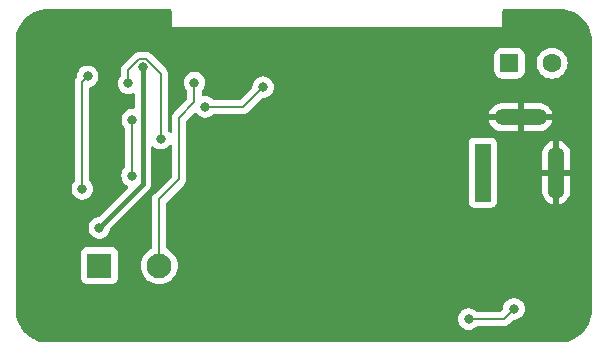
<source format=gbr>
%TF.GenerationSoftware,KiCad,Pcbnew,(6.0.2-0)*%
%TF.CreationDate,2022-03-23T11:08:56-04:00*%
%TF.ProjectId,Snoopy,536e6f6f-7079-42e6-9b69-6361645f7063,v03*%
%TF.SameCoordinates,Original*%
%TF.FileFunction,Copper,L2,Bot*%
%TF.FilePolarity,Positive*%
%FSLAX46Y46*%
G04 Gerber Fmt 4.6, Leading zero omitted, Abs format (unit mm)*
G04 Created by KiCad (PCBNEW (6.0.2-0)) date 2022-03-23 11:08:56*
%MOMM*%
%LPD*%
G01*
G04 APERTURE LIST*
G04 Aperture macros list*
%AMRoundRect*
0 Rectangle with rounded corners*
0 $1 Rounding radius*
0 $2 $3 $4 $5 $6 $7 $8 $9 X,Y pos of 4 corners*
0 Add a 4 corners polygon primitive as box body*
4,1,4,$2,$3,$4,$5,$6,$7,$8,$9,$2,$3,0*
0 Add four circle primitives for the rounded corners*
1,1,$1+$1,$2,$3*
1,1,$1+$1,$4,$5*
1,1,$1+$1,$6,$7*
1,1,$1+$1,$8,$9*
0 Add four rect primitives between the rounded corners*
20,1,$1+$1,$2,$3,$4,$5,0*
20,1,$1+$1,$4,$5,$6,$7,0*
20,1,$1+$1,$6,$7,$8,$9,0*
20,1,$1+$1,$8,$9,$2,$3,0*%
G04 Aperture macros list end*
%TA.AperFunction,ComponentPad*%
%ADD10R,1.400000X4.899999*%
%TD*%
%TA.AperFunction,ComponentPad*%
%ADD11RoundRect,0.700000X0.000000X1.500000X0.000000X1.500000X0.000000X-1.500000X0.000000X-1.500000X0*%
%TD*%
%TA.AperFunction,ComponentPad*%
%ADD12RoundRect,0.700000X1.500000X0.000000X-1.500000X0.000000X-1.500000X0.000000X1.500000X0.000000X0*%
%TD*%
%TA.AperFunction,ComponentPad*%
%ADD13R,2.100000X2.100000*%
%TD*%
%TA.AperFunction,ComponentPad*%
%ADD14C,2.100000*%
%TD*%
%TA.AperFunction,ComponentPad*%
%ADD15RoundRect,0.250000X-0.550000X-0.550000X0.550000X-0.550000X0.550000X0.550000X-0.550000X0.550000X0*%
%TD*%
%TA.AperFunction,ComponentPad*%
%ADD16C,1.600000*%
%TD*%
%TA.AperFunction,ViaPad*%
%ADD17C,3.048000*%
%TD*%
%TA.AperFunction,ViaPad*%
%ADD18C,0.800000*%
%TD*%
%TA.AperFunction,Conductor*%
%ADD19C,0.200000*%
%TD*%
%TA.AperFunction,Conductor*%
%ADD20C,0.381000*%
%TD*%
G04 APERTURE END LIST*
D10*
%TO.P,J2,1,1*%
%TO.N,Net-(C1-Pad1)*%
X147045400Y-83642200D03*
D11*
%TO.P,J2,2,2*%
%TO.N,GND*%
X153245400Y-83642200D03*
D12*
%TO.P,J2,3,3*%
X150245400Y-78942200D03*
%TD*%
D13*
%TO.P,J1,1,Pin_1*%
%TO.N,Net-(J1-Pad1)*%
X114574400Y-91513400D03*
D14*
%TO.P,J1,2,Pin_2*%
%TO.N,Net-(J1-Pad2)*%
X119654400Y-91513400D03*
%TD*%
D15*
%TO.P,J4,1,Pin_1*%
%TO.N,Net-(J4-Pad1)*%
X149304600Y-74371200D03*
D16*
%TO.P,J4,2,Pin_2*%
%TO.N,Net-(J4-Pad2)*%
X152904600Y-74371200D03*
%TD*%
D17*
%TO.N,GND*%
X153619200Y-95300800D03*
X110210600Y-72491600D03*
D18*
%TO.N,Net-(C1-Pad1)*%
X149682200Y-95173800D03*
X145846800Y-96037400D03*
%TO.N,GND*%
X136956800Y-73253600D03*
X110363000Y-92506800D03*
X136880600Y-92913200D03*
X140893800Y-95072200D03*
X121158000Y-86029800D03*
X129819400Y-84124800D03*
X123709700Y-74371200D03*
X124231400Y-93573600D03*
X122504200Y-80060800D03*
X137668000Y-77343000D03*
X154279600Y-71958200D03*
X140741400Y-81915000D03*
X137744200Y-85521800D03*
X154914600Y-89585800D03*
X141071600Y-88392000D03*
X114166844Y-83115923D03*
X128803400Y-73431400D03*
X145059400Y-92354400D03*
X139801600Y-73202800D03*
X148844000Y-88773000D03*
X131368800Y-95732600D03*
X141909800Y-90957400D03*
X154660600Y-86995000D03*
X146354800Y-73990200D03*
X128955800Y-80492600D03*
X154940000Y-77368400D03*
X124104400Y-95554800D03*
X145669000Y-72720200D03*
X132969000Y-73279000D03*
X110464600Y-86969600D03*
X150393400Y-81534000D03*
X150622000Y-97205800D03*
X130149600Y-87579200D03*
%TO.N,Net-(J1-Pad1)*%
X118262400Y-74726800D03*
X114579400Y-88315800D03*
%TO.N,Net-(J1-Pad2)*%
X122631200Y-76022200D03*
%TO.N,/SDA*%
X117348000Y-83896200D03*
X117373400Y-79146400D03*
%TO.N,/SCL*%
X123545600Y-78079600D03*
X128447800Y-76403200D03*
%TO.N,Net-(R1-Pad1)*%
X113131600Y-85015501D03*
X113588800Y-75488800D03*
%TO.N,Net-(R3-Pad1)*%
X117043200Y-76073000D03*
X119786400Y-80772000D03*
%TD*%
D19*
%TO.N,Net-(C1-Pad1)*%
X148818600Y-96037400D02*
X149682200Y-95173800D01*
X145846800Y-96037400D02*
X148818600Y-96037400D01*
%TO.N,GND*%
X128473200Y-73101200D02*
X128803400Y-73431400D01*
X124979700Y-73101200D02*
X128473200Y-73101200D01*
X123709700Y-74371200D02*
X124979700Y-73101200D01*
D20*
%TO.N,Net-(J1-Pad1)*%
X118262400Y-84632800D02*
X118262400Y-74726800D01*
X114579400Y-88315800D02*
X118262400Y-84632800D01*
D19*
%TO.N,Net-(J1-Pad2)*%
X121335800Y-78994000D02*
X121335800Y-84201000D01*
X122631200Y-76022200D02*
X122631200Y-77698600D01*
X119654400Y-85882400D02*
X119654400Y-91513400D01*
X122631200Y-77698600D02*
X121335800Y-78994000D01*
X121335800Y-84201000D02*
X119654400Y-85882400D01*
%TO.N,/SDA*%
X117348000Y-79171800D02*
X117373400Y-79146400D01*
X117348000Y-83896200D02*
X117348000Y-79171800D01*
%TO.N,/SCL*%
X126771400Y-78079600D02*
X123545600Y-78079600D01*
X128447800Y-76403200D02*
X126771400Y-78079600D01*
%TO.N,Net-(R1-Pad1)*%
X113131600Y-85015501D02*
X113131600Y-75946000D01*
X113131600Y-75946000D02*
X113588800Y-75488800D01*
%TO.N,Net-(R3-Pad1)*%
X117972652Y-74027289D02*
X118552148Y-74027289D01*
X118552148Y-74027289D02*
X119786400Y-75261541D01*
X117043200Y-74956741D02*
X117972652Y-74027289D01*
X119786400Y-75261541D02*
X119786400Y-80772000D01*
X117043200Y-76073000D02*
X117043200Y-74956741D01*
%TD*%
%TA.AperFunction,Conductor*%
%TO.N,GND*%
G36*
X120638321Y-69819202D02*
G01*
X120684814Y-69872858D01*
X120696200Y-69925200D01*
X120696200Y-71310000D01*
X148696200Y-71310000D01*
X148696200Y-69925200D01*
X148716202Y-69857079D01*
X148769858Y-69810586D01*
X148822200Y-69799200D01*
X153524930Y-69799200D01*
X153544917Y-69800796D01*
X153567037Y-69804350D01*
X153585127Y-69802074D01*
X153608456Y-69801319D01*
X153868535Y-69817048D01*
X153882433Y-69818667D01*
X154166938Y-69867948D01*
X154180560Y-69871096D01*
X154457857Y-69951620D01*
X154471033Y-69956254D01*
X154737702Y-70067032D01*
X154750285Y-70073100D01*
X155003018Y-70212757D01*
X155014856Y-70220186D01*
X155153483Y-70318304D01*
X155250533Y-70386996D01*
X155261487Y-70395701D01*
X155477220Y-70587618D01*
X155487142Y-70597484D01*
X155676886Y-70808380D01*
X155680255Y-70812125D01*
X155689022Y-70823030D01*
X155857154Y-71057772D01*
X155864657Y-71069582D01*
X155997666Y-71307124D01*
X156005723Y-71321514D01*
X156011870Y-71334084D01*
X156124131Y-71600100D01*
X156128847Y-71613273D01*
X156210921Y-71890099D01*
X156214144Y-71903696D01*
X156253359Y-72122777D01*
X156265021Y-72187927D01*
X156266718Y-72201816D01*
X156283425Y-72454520D01*
X156282395Y-72480913D01*
X156280976Y-72490700D01*
X156282233Y-72499588D01*
X156282233Y-72499594D01*
X156284958Y-72518863D01*
X156286200Y-72536507D01*
X156286200Y-95249615D01*
X156284584Y-95269726D01*
X156281059Y-95291527D01*
X156282170Y-95300428D01*
X156282170Y-95300435D01*
X156283319Y-95309635D01*
X156284054Y-95332956D01*
X156271414Y-95539071D01*
X156268082Y-95593397D01*
X156266458Y-95607252D01*
X156224716Y-95847472D01*
X156216955Y-95892132D01*
X156213808Y-95905725D01*
X156162489Y-96082300D01*
X156133116Y-96183362D01*
X156128486Y-96196526D01*
X156017583Y-96463552D01*
X156011526Y-96476122D01*
X155871773Y-96729255D01*
X155864362Y-96741078D01*
X155697490Y-96977187D01*
X155688818Y-96988119D01*
X155496852Y-97204340D01*
X155487025Y-97214245D01*
X155272328Y-97407915D01*
X155261466Y-97416672D01*
X155255062Y-97421275D01*
X155026681Y-97585407D01*
X155014917Y-97592911D01*
X154762896Y-97734661D01*
X154750374Y-97740817D01*
X154484247Y-97853821D01*
X154471121Y-97858555D01*
X154194105Y-97941448D01*
X154180536Y-97944702D01*
X153896071Y-97996453D01*
X153882241Y-97998185D01*
X153693719Y-98011243D01*
X153629208Y-98015711D01*
X153602836Y-98014767D01*
X153601903Y-98014635D01*
X153601899Y-98014635D01*
X153593010Y-98013376D01*
X153584128Y-98014662D01*
X153584127Y-98014662D01*
X153576862Y-98015714D01*
X153566827Y-98017167D01*
X153565908Y-98017300D01*
X153547853Y-98018600D01*
X110236380Y-98018600D01*
X110216267Y-98016984D01*
X110194474Y-98013460D01*
X110185572Y-98014571D01*
X110185570Y-98014571D01*
X110181669Y-98015058D01*
X110176413Y-98015714D01*
X110153066Y-98016446D01*
X109894021Y-98000488D01*
X109880111Y-97998850D01*
X109691947Y-97965995D01*
X109596715Y-97949367D01*
X109583070Y-97946194D01*
X109306910Y-97865524D01*
X109293705Y-97860854D01*
X109028243Y-97750010D01*
X109015624Y-97743896D01*
X108764115Y-97604239D01*
X108752255Y-97596761D01*
X108654566Y-97527282D01*
X108517816Y-97430021D01*
X108506879Y-97421287D01*
X108292402Y-97229517D01*
X108282495Y-97219612D01*
X108152636Y-97074473D01*
X108090674Y-97005221D01*
X108081933Y-96994284D01*
X107915112Y-96759896D01*
X107907633Y-96748042D01*
X107767891Y-96496575D01*
X107761773Y-96483958D01*
X107650841Y-96218531D01*
X107646162Y-96205314D01*
X107597052Y-96037400D01*
X144933296Y-96037400D01*
X144933986Y-96043965D01*
X144951653Y-96212054D01*
X144953258Y-96227328D01*
X145012273Y-96408956D01*
X145015576Y-96414678D01*
X145015577Y-96414679D01*
X145043794Y-96463552D01*
X145107760Y-96574344D01*
X145235547Y-96716266D01*
X145390048Y-96828518D01*
X145396076Y-96831202D01*
X145396078Y-96831203D01*
X145558481Y-96903509D01*
X145564512Y-96906194D01*
X145657913Y-96926047D01*
X145744856Y-96944528D01*
X145744861Y-96944528D01*
X145751313Y-96945900D01*
X145942287Y-96945900D01*
X145948739Y-96944528D01*
X145948744Y-96944528D01*
X146035687Y-96926047D01*
X146129088Y-96906194D01*
X146135119Y-96903509D01*
X146297522Y-96831203D01*
X146297524Y-96831202D01*
X146303552Y-96828518D01*
X146458053Y-96716266D01*
X146483874Y-96687589D01*
X146544320Y-96650350D01*
X146577510Y-96645900D01*
X148770464Y-96645900D01*
X148786907Y-96646978D01*
X148818600Y-96651150D01*
X148826789Y-96650072D01*
X148858474Y-96645901D01*
X148858484Y-96645900D01*
X148858485Y-96645900D01*
X148958057Y-96632791D01*
X148969264Y-96631316D01*
X148969266Y-96631315D01*
X148977451Y-96630238D01*
X149125476Y-96568924D01*
X149220672Y-96495877D01*
X149220675Y-96495874D01*
X149252587Y-96471387D01*
X149258599Y-96463552D01*
X149272052Y-96446021D01*
X149282919Y-96433630D01*
X149597344Y-96119205D01*
X149659656Y-96085179D01*
X149686439Y-96082300D01*
X149777687Y-96082300D01*
X149784139Y-96080928D01*
X149784144Y-96080928D01*
X149871088Y-96062447D01*
X149964488Y-96042594D01*
X149976154Y-96037400D01*
X150132922Y-95967603D01*
X150132924Y-95967602D01*
X150138952Y-95964918D01*
X150293453Y-95852666D01*
X150298130Y-95847472D01*
X150416821Y-95715652D01*
X150416822Y-95715651D01*
X150421240Y-95710744D01*
X150484963Y-95600372D01*
X150513423Y-95551079D01*
X150513424Y-95551078D01*
X150516727Y-95545356D01*
X150575742Y-95363728D01*
X150578226Y-95340099D01*
X150595014Y-95180365D01*
X150595704Y-95173800D01*
X150575742Y-94983872D01*
X150516727Y-94802244D01*
X150421240Y-94636856D01*
X150293453Y-94494934D01*
X150138952Y-94382682D01*
X150132924Y-94379998D01*
X150132922Y-94379997D01*
X149970519Y-94307691D01*
X149970518Y-94307691D01*
X149964488Y-94305006D01*
X149871087Y-94285153D01*
X149784144Y-94266672D01*
X149784139Y-94266672D01*
X149777687Y-94265300D01*
X149586713Y-94265300D01*
X149580261Y-94266672D01*
X149580256Y-94266672D01*
X149493313Y-94285153D01*
X149399912Y-94305006D01*
X149393882Y-94307691D01*
X149393881Y-94307691D01*
X149231478Y-94379997D01*
X149231476Y-94379998D01*
X149225448Y-94382682D01*
X149070947Y-94494934D01*
X148943160Y-94636856D01*
X148847673Y-94802244D01*
X148788658Y-94983872D01*
X148768696Y-95173800D01*
X148768884Y-95175586D01*
X148749384Y-95241996D01*
X148732481Y-95262970D01*
X148603456Y-95391995D01*
X148541144Y-95426021D01*
X148514361Y-95428900D01*
X146577510Y-95428900D01*
X146509389Y-95408898D01*
X146483874Y-95387211D01*
X146462468Y-95363437D01*
X146462466Y-95363436D01*
X146458053Y-95358534D01*
X146335824Y-95269729D01*
X146308894Y-95250163D01*
X146308893Y-95250162D01*
X146303552Y-95246282D01*
X146297524Y-95243598D01*
X146297522Y-95243597D01*
X146135119Y-95171291D01*
X146135118Y-95171291D01*
X146129088Y-95168606D01*
X146035688Y-95148753D01*
X145948744Y-95130272D01*
X145948739Y-95130272D01*
X145942287Y-95128900D01*
X145751313Y-95128900D01*
X145744861Y-95130272D01*
X145744856Y-95130272D01*
X145657912Y-95148753D01*
X145564512Y-95168606D01*
X145558482Y-95171291D01*
X145558481Y-95171291D01*
X145396078Y-95243597D01*
X145396076Y-95243598D01*
X145390048Y-95246282D01*
X145384707Y-95250162D01*
X145384706Y-95250163D01*
X145357776Y-95269729D01*
X145235547Y-95358534D01*
X145231126Y-95363444D01*
X145231125Y-95363445D01*
X145174782Y-95426021D01*
X145107760Y-95500456D01*
X145012273Y-95665844D01*
X144953258Y-95847472D01*
X144952568Y-95854033D01*
X144952568Y-95854035D01*
X144941322Y-95961037D01*
X144933296Y-96037400D01*
X107597052Y-96037400D01*
X107565408Y-95929205D01*
X107562227Y-95915548D01*
X107512652Y-95632174D01*
X107511008Y-95618250D01*
X107506104Y-95539071D01*
X107495416Y-95366504D01*
X107496558Y-95340108D01*
X107498015Y-95330352D01*
X107496770Y-95321263D01*
X107493967Y-95300818D01*
X107492800Y-95283708D01*
X107492800Y-92611534D01*
X113015900Y-92611534D01*
X113022655Y-92673716D01*
X113073785Y-92810105D01*
X113161139Y-92926661D01*
X113277695Y-93014015D01*
X113414084Y-93065145D01*
X113476266Y-93071900D01*
X115672534Y-93071900D01*
X115734716Y-93065145D01*
X115871105Y-93014015D01*
X115987661Y-92926661D01*
X116075015Y-92810105D01*
X116126145Y-92673716D01*
X116132900Y-92611534D01*
X116132900Y-90415266D01*
X116126145Y-90353084D01*
X116075015Y-90216695D01*
X115987661Y-90100139D01*
X115871105Y-90012785D01*
X115734716Y-89961655D01*
X115672534Y-89954900D01*
X113476266Y-89954900D01*
X113414084Y-89961655D01*
X113277695Y-90012785D01*
X113161139Y-90100139D01*
X113073785Y-90216695D01*
X113022655Y-90353084D01*
X113015900Y-90415266D01*
X113015900Y-92611534D01*
X107492800Y-92611534D01*
X107492800Y-88315800D01*
X113665896Y-88315800D01*
X113685858Y-88505728D01*
X113744873Y-88687356D01*
X113840360Y-88852744D01*
X113968147Y-88994666D01*
X114122648Y-89106918D01*
X114128676Y-89109602D01*
X114128678Y-89109603D01*
X114291081Y-89181909D01*
X114297112Y-89184594D01*
X114390512Y-89204447D01*
X114477456Y-89222928D01*
X114477461Y-89222928D01*
X114483913Y-89224300D01*
X114674887Y-89224300D01*
X114681339Y-89222928D01*
X114681344Y-89222928D01*
X114768288Y-89204447D01*
X114861688Y-89184594D01*
X114867719Y-89181909D01*
X115030122Y-89109603D01*
X115030124Y-89109602D01*
X115036152Y-89106918D01*
X115190653Y-88994666D01*
X115318440Y-88852744D01*
X115413927Y-88687356D01*
X115472942Y-88505728D01*
X115479428Y-88444017D01*
X115506441Y-88378360D01*
X115515643Y-88368092D01*
X118736446Y-85147290D01*
X118742712Y-85141436D01*
X118779947Y-85108954D01*
X118785674Y-85103958D01*
X118821898Y-85052417D01*
X118825823Y-85047132D01*
X118860007Y-85003535D01*
X118864692Y-84997560D01*
X118867816Y-84990642D01*
X118869645Y-84987621D01*
X118876900Y-84974902D01*
X118878588Y-84971754D01*
X118882956Y-84965539D01*
X118905838Y-84906850D01*
X118908378Y-84900805D01*
X118934313Y-84843365D01*
X118935698Y-84835892D01*
X118936769Y-84832474D01*
X118940754Y-84818485D01*
X118941651Y-84814993D01*
X118944412Y-84807911D01*
X118950062Y-84764994D01*
X118952633Y-84745470D01*
X118953665Y-84738957D01*
X118963761Y-84684482D01*
X118963761Y-84684480D01*
X118965145Y-84677013D01*
X118964471Y-84665315D01*
X118961609Y-84615688D01*
X118961400Y-84608435D01*
X118961400Y-81540479D01*
X118981402Y-81472358D01*
X119035058Y-81425865D01*
X119105332Y-81415761D01*
X119171389Y-81446692D01*
X119175147Y-81450866D01*
X119329648Y-81563118D01*
X119335676Y-81565802D01*
X119335678Y-81565803D01*
X119498081Y-81638109D01*
X119504112Y-81640794D01*
X119597512Y-81660647D01*
X119684456Y-81679128D01*
X119684461Y-81679128D01*
X119690913Y-81680500D01*
X119881887Y-81680500D01*
X119888339Y-81679128D01*
X119888344Y-81679128D01*
X119975288Y-81660647D01*
X120068688Y-81640794D01*
X120074719Y-81638109D01*
X120237122Y-81565803D01*
X120237124Y-81565802D01*
X120243152Y-81563118D01*
X120397653Y-81450866D01*
X120507665Y-81328686D01*
X120568110Y-81291446D01*
X120639093Y-81292798D01*
X120698078Y-81332311D01*
X120726336Y-81397442D01*
X120727300Y-81412996D01*
X120727300Y-83896761D01*
X120707298Y-83964882D01*
X120690395Y-83985856D01*
X119258166Y-85418085D01*
X119245775Y-85428952D01*
X119220413Y-85448413D01*
X119195926Y-85480325D01*
X119195923Y-85480328D01*
X119122876Y-85575524D01*
X119073650Y-85694367D01*
X119061562Y-85723550D01*
X119045900Y-85842515D01*
X119045900Y-85842520D01*
X119040650Y-85882400D01*
X119041728Y-85890588D01*
X119044822Y-85914090D01*
X119045900Y-85930536D01*
X119045900Y-89994351D01*
X119025898Y-90062472D01*
X118968117Y-90110760D01*
X118949242Y-90118578D01*
X118949238Y-90118580D01*
X118944668Y-90120473D01*
X118808915Y-90203662D01*
X118739730Y-90246058D01*
X118739727Y-90246060D01*
X118735504Y-90248648D01*
X118548967Y-90407967D01*
X118389648Y-90594504D01*
X118261473Y-90803668D01*
X118167595Y-91030308D01*
X118110328Y-91268843D01*
X118091081Y-91513400D01*
X118110328Y-91757957D01*
X118167595Y-91996492D01*
X118261473Y-92223132D01*
X118389648Y-92432296D01*
X118548967Y-92618833D01*
X118735504Y-92778152D01*
X118739727Y-92780740D01*
X118739730Y-92780742D01*
X118773926Y-92801697D01*
X118944668Y-92906327D01*
X119089367Y-92966264D01*
X119166735Y-92998311D01*
X119166737Y-92998312D01*
X119171308Y-93000205D01*
X119206397Y-93008629D01*
X119405030Y-93056317D01*
X119405036Y-93056318D01*
X119409843Y-93057472D01*
X119654400Y-93076719D01*
X119898957Y-93057472D01*
X119903764Y-93056318D01*
X119903770Y-93056317D01*
X120102403Y-93008629D01*
X120137492Y-93000205D01*
X120142063Y-92998312D01*
X120142065Y-92998311D01*
X120219433Y-92966264D01*
X120364132Y-92906327D01*
X120534874Y-92801697D01*
X120569070Y-92780742D01*
X120569073Y-92780740D01*
X120573296Y-92778152D01*
X120759833Y-92618833D01*
X120919152Y-92432296D01*
X121047327Y-92223132D01*
X121141205Y-91996492D01*
X121198472Y-91757957D01*
X121217719Y-91513400D01*
X121198472Y-91268843D01*
X121141205Y-91030308D01*
X121047327Y-90803668D01*
X120919152Y-90594504D01*
X120759833Y-90407967D01*
X120573296Y-90248648D01*
X120569073Y-90246060D01*
X120569070Y-90246058D01*
X120499885Y-90203662D01*
X120364132Y-90120473D01*
X120359562Y-90118580D01*
X120359558Y-90118578D01*
X120340683Y-90110760D01*
X120285402Y-90066213D01*
X120262900Y-89994351D01*
X120262900Y-86186639D01*
X120276497Y-86140333D01*
X145836900Y-86140333D01*
X145843655Y-86202515D01*
X145894785Y-86338904D01*
X145982139Y-86455460D01*
X146098695Y-86542814D01*
X146235084Y-86593944D01*
X146297266Y-86600699D01*
X147793534Y-86600699D01*
X147855716Y-86593944D01*
X147992105Y-86542814D01*
X148108661Y-86455460D01*
X148196015Y-86338904D01*
X148247145Y-86202515D01*
X148253900Y-86140333D01*
X148253900Y-85199679D01*
X152037401Y-85199679D01*
X152037609Y-85204789D01*
X152048024Y-85332855D01*
X152049794Y-85343408D01*
X152100691Y-85541636D01*
X152104419Y-85552164D01*
X152189518Y-85738034D01*
X152195053Y-85747739D01*
X152311716Y-85915595D01*
X152318889Y-85924174D01*
X152463426Y-86068711D01*
X152472005Y-86075884D01*
X152639861Y-86192547D01*
X152649566Y-86198082D01*
X152835436Y-86283181D01*
X152845964Y-86286909D01*
X152973852Y-86319746D01*
X152987947Y-86319262D01*
X152991400Y-86310959D01*
X152991400Y-86306136D01*
X153499400Y-86306136D01*
X153503373Y-86319667D01*
X153512271Y-86320946D01*
X153644836Y-86286909D01*
X153655364Y-86283181D01*
X153841234Y-86198082D01*
X153850939Y-86192547D01*
X154018795Y-86075884D01*
X154027374Y-86068711D01*
X154171911Y-85924174D01*
X154179084Y-85915595D01*
X154295747Y-85747739D01*
X154301282Y-85738034D01*
X154386381Y-85552164D01*
X154390109Y-85541636D01*
X154441005Y-85343410D01*
X154442776Y-85332854D01*
X154453193Y-85204788D01*
X154453400Y-85199682D01*
X154453400Y-83914315D01*
X154448925Y-83899076D01*
X154447535Y-83897871D01*
X154439852Y-83896200D01*
X153517515Y-83896200D01*
X153502276Y-83900675D01*
X153501071Y-83902065D01*
X153499400Y-83909748D01*
X153499400Y-86306136D01*
X152991400Y-86306136D01*
X152991400Y-83914315D01*
X152986925Y-83899076D01*
X152985535Y-83897871D01*
X152977852Y-83896200D01*
X152055516Y-83896200D01*
X152040277Y-83900675D01*
X152039072Y-83902065D01*
X152037401Y-83909748D01*
X152037401Y-85199679D01*
X148253900Y-85199679D01*
X148253900Y-83370085D01*
X152037400Y-83370085D01*
X152041875Y-83385324D01*
X152043265Y-83386529D01*
X152050948Y-83388200D01*
X152973285Y-83388200D01*
X152988524Y-83383725D01*
X152989729Y-83382335D01*
X152991400Y-83374652D01*
X152991400Y-83370085D01*
X153499400Y-83370085D01*
X153503875Y-83385324D01*
X153505265Y-83386529D01*
X153512948Y-83388200D01*
X154435284Y-83388200D01*
X154450523Y-83383725D01*
X154451728Y-83382335D01*
X154453399Y-83374652D01*
X154453399Y-82084721D01*
X154453191Y-82079611D01*
X154442776Y-81951545D01*
X154441006Y-81940992D01*
X154390109Y-81742764D01*
X154386381Y-81732236D01*
X154301282Y-81546366D01*
X154295747Y-81536661D01*
X154179084Y-81368805D01*
X154171911Y-81360226D01*
X154027374Y-81215689D01*
X154018795Y-81208516D01*
X153850939Y-81091853D01*
X153841234Y-81086318D01*
X153655364Y-81001219D01*
X153644836Y-80997491D01*
X153516948Y-80964654D01*
X153502853Y-80965138D01*
X153499400Y-80973441D01*
X153499400Y-83370085D01*
X152991400Y-83370085D01*
X152991400Y-80978264D01*
X152987427Y-80964733D01*
X152978529Y-80963454D01*
X152845964Y-80997491D01*
X152835436Y-81001219D01*
X152649566Y-81086318D01*
X152639861Y-81091853D01*
X152472005Y-81208516D01*
X152463426Y-81215689D01*
X152318889Y-81360226D01*
X152311716Y-81368805D01*
X152195053Y-81536661D01*
X152189518Y-81546366D01*
X152104419Y-81732236D01*
X152100691Y-81742764D01*
X152049795Y-81940990D01*
X152048024Y-81951546D01*
X152037607Y-82079612D01*
X152037400Y-82084718D01*
X152037400Y-83370085D01*
X148253900Y-83370085D01*
X148253900Y-81144067D01*
X148247145Y-81081885D01*
X148196015Y-80945496D01*
X148108661Y-80828940D01*
X147992105Y-80741586D01*
X147855716Y-80690456D01*
X147793534Y-80683701D01*
X146297266Y-80683701D01*
X146235084Y-80690456D01*
X146098695Y-80741586D01*
X145982139Y-80828940D01*
X145894785Y-80945496D01*
X145843655Y-81081885D01*
X145836900Y-81144067D01*
X145836900Y-86140333D01*
X120276497Y-86140333D01*
X120282902Y-86118518D01*
X120299805Y-86097544D01*
X121732034Y-84665315D01*
X121744425Y-84654448D01*
X121763237Y-84640013D01*
X121769787Y-84634987D01*
X121794274Y-84603075D01*
X121794278Y-84603071D01*
X121867324Y-84507876D01*
X121928638Y-84359851D01*
X121949551Y-84201000D01*
X121945378Y-84169301D01*
X121944300Y-84152856D01*
X121944300Y-79298239D01*
X121964302Y-79230118D01*
X121981205Y-79209144D01*
X121981278Y-79209071D01*
X147566654Y-79209071D01*
X147600691Y-79341636D01*
X147604419Y-79352164D01*
X147689518Y-79538034D01*
X147695053Y-79547739D01*
X147811716Y-79715595D01*
X147818889Y-79724174D01*
X147963426Y-79868711D01*
X147972005Y-79875884D01*
X148139861Y-79992547D01*
X148149566Y-79998082D01*
X148335436Y-80083181D01*
X148345964Y-80086909D01*
X148544190Y-80137805D01*
X148554746Y-80139576D01*
X148682812Y-80149993D01*
X148687918Y-80150200D01*
X149973285Y-80150200D01*
X149988524Y-80145725D01*
X149989729Y-80144335D01*
X149991400Y-80136652D01*
X149991400Y-80132084D01*
X150499400Y-80132084D01*
X150503875Y-80147323D01*
X150505265Y-80148528D01*
X150512948Y-80150199D01*
X151802879Y-80150199D01*
X151807989Y-80149991D01*
X151936055Y-80139576D01*
X151946608Y-80137806D01*
X152144836Y-80086909D01*
X152155364Y-80083181D01*
X152341234Y-79998082D01*
X152350939Y-79992547D01*
X152518795Y-79875884D01*
X152527374Y-79868711D01*
X152671911Y-79724174D01*
X152679084Y-79715595D01*
X152795747Y-79547739D01*
X152801282Y-79538034D01*
X152886381Y-79352164D01*
X152890109Y-79341636D01*
X152922946Y-79213748D01*
X152922462Y-79199653D01*
X152914159Y-79196200D01*
X150517515Y-79196200D01*
X150502276Y-79200675D01*
X150501071Y-79202065D01*
X150499400Y-79209748D01*
X150499400Y-80132084D01*
X149991400Y-80132084D01*
X149991400Y-79214315D01*
X149986925Y-79199076D01*
X149985535Y-79197871D01*
X149977852Y-79196200D01*
X147581464Y-79196200D01*
X147567933Y-79200173D01*
X147566654Y-79209071D01*
X121981278Y-79209071D01*
X122605255Y-78585094D01*
X122667567Y-78551068D01*
X122738382Y-78556133D01*
X122795218Y-78598680D01*
X122802929Y-78610373D01*
X122803261Y-78610830D01*
X122806560Y-78616544D01*
X122810978Y-78621451D01*
X122810979Y-78621452D01*
X122908526Y-78729789D01*
X122934347Y-78758466D01*
X123088848Y-78870718D01*
X123094876Y-78873402D01*
X123094878Y-78873403D01*
X123257281Y-78945709D01*
X123263312Y-78948394D01*
X123356713Y-78968247D01*
X123443656Y-78986728D01*
X123443661Y-78986728D01*
X123450113Y-78988100D01*
X123641087Y-78988100D01*
X123647539Y-78986728D01*
X123647544Y-78986728D01*
X123734487Y-78968247D01*
X123827888Y-78948394D01*
X123833919Y-78945709D01*
X123996322Y-78873403D01*
X123996324Y-78873402D01*
X124002352Y-78870718D01*
X124051309Y-78835149D01*
X124142188Y-78769121D01*
X124156853Y-78758466D01*
X124182674Y-78729789D01*
X124243120Y-78692550D01*
X124276310Y-78688100D01*
X126723264Y-78688100D01*
X126739707Y-78689178D01*
X126771400Y-78693350D01*
X126779589Y-78692272D01*
X126811274Y-78688101D01*
X126811284Y-78688100D01*
X126811285Y-78688100D01*
X126818699Y-78687124D01*
X126910857Y-78674991D01*
X126922064Y-78673516D01*
X126922066Y-78673515D01*
X126930251Y-78672438D01*
X126934563Y-78670652D01*
X147567854Y-78670652D01*
X147568338Y-78684747D01*
X147576641Y-78688200D01*
X149973285Y-78688200D01*
X149988524Y-78683725D01*
X149989729Y-78682335D01*
X149991400Y-78674652D01*
X149991400Y-78670085D01*
X150499400Y-78670085D01*
X150503875Y-78685324D01*
X150505265Y-78686529D01*
X150512948Y-78688200D01*
X152909336Y-78688200D01*
X152922867Y-78684227D01*
X152924146Y-78675329D01*
X152890109Y-78542764D01*
X152886381Y-78532236D01*
X152801282Y-78346366D01*
X152795747Y-78336661D01*
X152679084Y-78168805D01*
X152671911Y-78160226D01*
X152527374Y-78015689D01*
X152518795Y-78008516D01*
X152350939Y-77891853D01*
X152341234Y-77886318D01*
X152155364Y-77801219D01*
X152144836Y-77797491D01*
X151946610Y-77746595D01*
X151936054Y-77744824D01*
X151807988Y-77734407D01*
X151802882Y-77734200D01*
X150517515Y-77734200D01*
X150502276Y-77738675D01*
X150501071Y-77740065D01*
X150499400Y-77747748D01*
X150499400Y-78670085D01*
X149991400Y-78670085D01*
X149991400Y-77752316D01*
X149986925Y-77737077D01*
X149985535Y-77735872D01*
X149977852Y-77734201D01*
X148687921Y-77734201D01*
X148682811Y-77734409D01*
X148554745Y-77744824D01*
X148544192Y-77746594D01*
X148345964Y-77797491D01*
X148335436Y-77801219D01*
X148149566Y-77886318D01*
X148139861Y-77891853D01*
X147972005Y-78008516D01*
X147963426Y-78015689D01*
X147818889Y-78160226D01*
X147811716Y-78168805D01*
X147695053Y-78336661D01*
X147689518Y-78346366D01*
X147604419Y-78532236D01*
X147600691Y-78542764D01*
X147567854Y-78670652D01*
X126934563Y-78670652D01*
X127078276Y-78611124D01*
X127094494Y-78598680D01*
X127173472Y-78538077D01*
X127173475Y-78538074D01*
X127198834Y-78518615D01*
X127205387Y-78513587D01*
X127210417Y-78507032D01*
X127224852Y-78488221D01*
X127235719Y-78475830D01*
X128362944Y-77348605D01*
X128425256Y-77314579D01*
X128452039Y-77311700D01*
X128543287Y-77311700D01*
X128549739Y-77310328D01*
X128549744Y-77310328D01*
X128665150Y-77285797D01*
X128730088Y-77271994D01*
X128736119Y-77269309D01*
X128898522Y-77197003D01*
X128898524Y-77197002D01*
X128904552Y-77194318D01*
X128919478Y-77183474D01*
X128985845Y-77135255D01*
X129059053Y-77082066D01*
X129186840Y-76940144D01*
X129245114Y-76839210D01*
X129279023Y-76780479D01*
X129279024Y-76780478D01*
X129282327Y-76774756D01*
X129341342Y-76593128D01*
X129361304Y-76403200D01*
X129341342Y-76213272D01*
X129282327Y-76031644D01*
X129276875Y-76022200D01*
X129228152Y-75937811D01*
X129186840Y-75866256D01*
X129122984Y-75795336D01*
X129063475Y-75729245D01*
X129063474Y-75729244D01*
X129059053Y-75724334D01*
X128904552Y-75612082D01*
X128898524Y-75609398D01*
X128898522Y-75609397D01*
X128736119Y-75537091D01*
X128736118Y-75537091D01*
X128730088Y-75534406D01*
X128609260Y-75508723D01*
X128549744Y-75496072D01*
X128549739Y-75496072D01*
X128543287Y-75494700D01*
X128352313Y-75494700D01*
X128345861Y-75496072D01*
X128345856Y-75496072D01*
X128286340Y-75508723D01*
X128165512Y-75534406D01*
X128159482Y-75537091D01*
X128159481Y-75537091D01*
X127997078Y-75609397D01*
X127997076Y-75609398D01*
X127991048Y-75612082D01*
X127836547Y-75724334D01*
X127832126Y-75729244D01*
X127832125Y-75729245D01*
X127772617Y-75795336D01*
X127708760Y-75866256D01*
X127667448Y-75937811D01*
X127618726Y-76022200D01*
X127613273Y-76031644D01*
X127554258Y-76213272D01*
X127534296Y-76403200D01*
X127534484Y-76404986D01*
X127514984Y-76471396D01*
X127498081Y-76492370D01*
X126556256Y-77434195D01*
X126493944Y-77468221D01*
X126467161Y-77471100D01*
X124276310Y-77471100D01*
X124208189Y-77451098D01*
X124182674Y-77429411D01*
X124161268Y-77405637D01*
X124161266Y-77405636D01*
X124156853Y-77400734D01*
X124085104Y-77348605D01*
X124007694Y-77292363D01*
X124007693Y-77292362D01*
X124002352Y-77288482D01*
X123996324Y-77285798D01*
X123996322Y-77285797D01*
X123833919Y-77213491D01*
X123833918Y-77213491D01*
X123827888Y-77210806D01*
X123732060Y-77190437D01*
X123647544Y-77172472D01*
X123647539Y-77172472D01*
X123641087Y-77171100D01*
X123450113Y-77171100D01*
X123443653Y-77172473D01*
X123443654Y-77172473D01*
X123391896Y-77183474D01*
X123321106Y-77178072D01*
X123264473Y-77135255D01*
X123239980Y-77068617D01*
X123239700Y-77060227D01*
X123239700Y-76752490D01*
X123259702Y-76684369D01*
X123272064Y-76668180D01*
X123365821Y-76564052D01*
X123365822Y-76564051D01*
X123370240Y-76559144D01*
X123440026Y-76438271D01*
X123462423Y-76399479D01*
X123462424Y-76399478D01*
X123465727Y-76393756D01*
X123524742Y-76212128D01*
X123544704Y-76022200D01*
X123536695Y-75946000D01*
X123525432Y-75838835D01*
X123525432Y-75838833D01*
X123524742Y-75832272D01*
X123465727Y-75650644D01*
X123370240Y-75485256D01*
X123294125Y-75400721D01*
X123246875Y-75348245D01*
X123246874Y-75348244D01*
X123242453Y-75343334D01*
X123114222Y-75250168D01*
X123093294Y-75234963D01*
X123093293Y-75234962D01*
X123087952Y-75231082D01*
X123081924Y-75228398D01*
X123081922Y-75228397D01*
X122919519Y-75156091D01*
X122919518Y-75156091D01*
X122913488Y-75153406D01*
X122820088Y-75133553D01*
X122733144Y-75115072D01*
X122733139Y-75115072D01*
X122726687Y-75113700D01*
X122535713Y-75113700D01*
X122529261Y-75115072D01*
X122529256Y-75115072D01*
X122442312Y-75133553D01*
X122348912Y-75153406D01*
X122342882Y-75156091D01*
X122342881Y-75156091D01*
X122180478Y-75228397D01*
X122180476Y-75228398D01*
X122174448Y-75231082D01*
X122169107Y-75234962D01*
X122169106Y-75234963D01*
X122148178Y-75250168D01*
X122019947Y-75343334D01*
X122015526Y-75348244D01*
X122015525Y-75348245D01*
X121968276Y-75400721D01*
X121892160Y-75485256D01*
X121796673Y-75650644D01*
X121737658Y-75832272D01*
X121736968Y-75838833D01*
X121736968Y-75838835D01*
X121725705Y-75946000D01*
X121717696Y-76022200D01*
X121737658Y-76212128D01*
X121796673Y-76393756D01*
X121799976Y-76399478D01*
X121799977Y-76399479D01*
X121822374Y-76438271D01*
X121892160Y-76559144D01*
X121896578Y-76564051D01*
X121896579Y-76564052D01*
X121990336Y-76668180D01*
X122021054Y-76732187D01*
X122022700Y-76752490D01*
X122022700Y-77394361D01*
X122002698Y-77462482D01*
X121985795Y-77483456D01*
X120939566Y-78529685D01*
X120927175Y-78540552D01*
X120901813Y-78560013D01*
X120877326Y-78591925D01*
X120877323Y-78591928D01*
X120877317Y-78591936D01*
X120813327Y-78675329D01*
X120804276Y-78687124D01*
X120742962Y-78835149D01*
X120742962Y-78835150D01*
X120727300Y-78954115D01*
X120727300Y-78954120D01*
X120722050Y-78994000D01*
X120723128Y-79002188D01*
X120726222Y-79025690D01*
X120727300Y-79042136D01*
X120727300Y-80131004D01*
X120707298Y-80199125D01*
X120653642Y-80245618D01*
X120583368Y-80255722D01*
X120518788Y-80226228D01*
X120507674Y-80215324D01*
X120427262Y-80126018D01*
X120396546Y-80062012D01*
X120394900Y-80041710D01*
X120394900Y-75309677D01*
X120395978Y-75293231D01*
X120399072Y-75269729D01*
X120400150Y-75261541D01*
X120394900Y-75221661D01*
X120394900Y-75221656D01*
X120385734Y-75152034D01*
X120381291Y-75118282D01*
X120381290Y-75118280D01*
X120379238Y-75102691D01*
X120379238Y-75102690D01*
X120335303Y-74996621D01*
X120324939Y-74971600D01*
X147996100Y-74971600D01*
X147996437Y-74974846D01*
X147996437Y-74974850D01*
X148001947Y-75027949D01*
X148007074Y-75077366D01*
X148063050Y-75245146D01*
X148156122Y-75395548D01*
X148281297Y-75520505D01*
X148287527Y-75524345D01*
X148287528Y-75524346D01*
X148425506Y-75609397D01*
X148431862Y-75613315D01*
X148509674Y-75639124D01*
X148593211Y-75666832D01*
X148593213Y-75666832D01*
X148599739Y-75668997D01*
X148606575Y-75669697D01*
X148606578Y-75669698D01*
X148649631Y-75674109D01*
X148704200Y-75679700D01*
X149905000Y-75679700D01*
X149908246Y-75679363D01*
X149908250Y-75679363D01*
X150003908Y-75669438D01*
X150003912Y-75669437D01*
X150010766Y-75668726D01*
X150017302Y-75666545D01*
X150017304Y-75666545D01*
X150168915Y-75615963D01*
X150178546Y-75612750D01*
X150328948Y-75519678D01*
X150353883Y-75494700D01*
X150448734Y-75399683D01*
X150453905Y-75394503D01*
X150457746Y-75388272D01*
X150542875Y-75250168D01*
X150542876Y-75250166D01*
X150546715Y-75243938D01*
X150590636Y-75111521D01*
X150600232Y-75082589D01*
X150600232Y-75082587D01*
X150602397Y-75076061D01*
X150613100Y-74971600D01*
X150613100Y-74371200D01*
X151591102Y-74371200D01*
X151611057Y-74599287D01*
X151612481Y-74604600D01*
X151612481Y-74604602D01*
X151666460Y-74806051D01*
X151670316Y-74820443D01*
X151672639Y-74825424D01*
X151672639Y-74825425D01*
X151764751Y-75022962D01*
X151764754Y-75022967D01*
X151767077Y-75027949D01*
X151819411Y-75102690D01*
X151853963Y-75152034D01*
X151898402Y-75215500D01*
X152060300Y-75377398D01*
X152064808Y-75380555D01*
X152064811Y-75380557D01*
X152108047Y-75410831D01*
X152247851Y-75508723D01*
X152252833Y-75511046D01*
X152252838Y-75511049D01*
X152450375Y-75603161D01*
X152455357Y-75605484D01*
X152460665Y-75606906D01*
X152460667Y-75606907D01*
X152671198Y-75663319D01*
X152671200Y-75663319D01*
X152676513Y-75664743D01*
X152904600Y-75684698D01*
X153132687Y-75664743D01*
X153138000Y-75663319D01*
X153138002Y-75663319D01*
X153348533Y-75606907D01*
X153348535Y-75606906D01*
X153353843Y-75605484D01*
X153358825Y-75603161D01*
X153556362Y-75511049D01*
X153556367Y-75511046D01*
X153561349Y-75508723D01*
X153701153Y-75410831D01*
X153744389Y-75380557D01*
X153744392Y-75380555D01*
X153748900Y-75377398D01*
X153910798Y-75215500D01*
X153955238Y-75152034D01*
X153989789Y-75102690D01*
X154042123Y-75027949D01*
X154044446Y-75022967D01*
X154044449Y-75022962D01*
X154136561Y-74825425D01*
X154136561Y-74825424D01*
X154138884Y-74820443D01*
X154142741Y-74806051D01*
X154196719Y-74604602D01*
X154196719Y-74604600D01*
X154198143Y-74599287D01*
X154218098Y-74371200D01*
X154198143Y-74143113D01*
X154138884Y-73921957D01*
X154066908Y-73767602D01*
X154044449Y-73719438D01*
X154044446Y-73719433D01*
X154042123Y-73714451D01*
X153953772Y-73588273D01*
X153913957Y-73531411D01*
X153913955Y-73531408D01*
X153910798Y-73526900D01*
X153748900Y-73365002D01*
X153744392Y-73361845D01*
X153744389Y-73361843D01*
X153666211Y-73307102D01*
X153561349Y-73233677D01*
X153556367Y-73231354D01*
X153556362Y-73231351D01*
X153358825Y-73139239D01*
X153358824Y-73139239D01*
X153353843Y-73136916D01*
X153348535Y-73135494D01*
X153348533Y-73135493D01*
X153138002Y-73079081D01*
X153138000Y-73079081D01*
X153132687Y-73077657D01*
X152904600Y-73057702D01*
X152676513Y-73077657D01*
X152671200Y-73079081D01*
X152671198Y-73079081D01*
X152460667Y-73135493D01*
X152460665Y-73135494D01*
X152455357Y-73136916D01*
X152450376Y-73139239D01*
X152450375Y-73139239D01*
X152252838Y-73231351D01*
X152252833Y-73231354D01*
X152247851Y-73233677D01*
X152142989Y-73307102D01*
X152064811Y-73361843D01*
X152064808Y-73361845D01*
X152060300Y-73365002D01*
X151898402Y-73526900D01*
X151895245Y-73531408D01*
X151895243Y-73531411D01*
X151855428Y-73588273D01*
X151767077Y-73714451D01*
X151764754Y-73719433D01*
X151764751Y-73719438D01*
X151742292Y-73767602D01*
X151670316Y-73921957D01*
X151611057Y-74143113D01*
X151591102Y-74371200D01*
X150613100Y-74371200D01*
X150613100Y-73770800D01*
X150607771Y-73719438D01*
X150602838Y-73671892D01*
X150602837Y-73671888D01*
X150602126Y-73665034D01*
X150576518Y-73588276D01*
X150548468Y-73504202D01*
X150546150Y-73497254D01*
X150453078Y-73346852D01*
X150327903Y-73221895D01*
X150193811Y-73139239D01*
X150183568Y-73132925D01*
X150183566Y-73132924D01*
X150177338Y-73129085D01*
X150026580Y-73079081D01*
X150015989Y-73075568D01*
X150015987Y-73075568D01*
X150009461Y-73073403D01*
X150002625Y-73072703D01*
X150002622Y-73072702D01*
X149959569Y-73068291D01*
X149905000Y-73062700D01*
X148704200Y-73062700D01*
X148700954Y-73063037D01*
X148700950Y-73063037D01*
X148605292Y-73072962D01*
X148605288Y-73072963D01*
X148598434Y-73073674D01*
X148591898Y-73075855D01*
X148591896Y-73075855D01*
X148582227Y-73079081D01*
X148430654Y-73129650D01*
X148280252Y-73222722D01*
X148155295Y-73347897D01*
X148151455Y-73354127D01*
X148151454Y-73354128D01*
X148102607Y-73433373D01*
X148062485Y-73498462D01*
X148006803Y-73666339D01*
X147996100Y-73770800D01*
X147996100Y-74971600D01*
X120324939Y-74971600D01*
X120321084Y-74962293D01*
X120321083Y-74962291D01*
X120317924Y-74954665D01*
X120312003Y-74946948D01*
X120244877Y-74859470D01*
X120244876Y-74859468D01*
X120225417Y-74834108D01*
X120225413Y-74834104D01*
X120220387Y-74827554D01*
X120213837Y-74822528D01*
X120213834Y-74822525D01*
X120195020Y-74808089D01*
X120182629Y-74797222D01*
X119016463Y-73631055D01*
X119005596Y-73618664D01*
X118991161Y-73599852D01*
X118986135Y-73593302D01*
X118954223Y-73568815D01*
X118954217Y-73568809D01*
X118865577Y-73500793D01*
X118865575Y-73500792D01*
X118859024Y-73495765D01*
X118710999Y-73434451D01*
X118702812Y-73433373D01*
X118702811Y-73433373D01*
X118691606Y-73431898D01*
X118660410Y-73427791D01*
X118592033Y-73418789D01*
X118592030Y-73418789D01*
X118592022Y-73418788D01*
X118560337Y-73414617D01*
X118552148Y-73413539D01*
X118520455Y-73417711D01*
X118504012Y-73418789D01*
X118020796Y-73418789D01*
X118004350Y-73417711D01*
X117980840Y-73414616D01*
X117972652Y-73413538D01*
X117813801Y-73434451D01*
X117665776Y-73495765D01*
X117630279Y-73523003D01*
X117570589Y-73568804D01*
X117570573Y-73568818D01*
X117545218Y-73588273D01*
X117545215Y-73588276D01*
X117538665Y-73593302D01*
X117533635Y-73599857D01*
X117519200Y-73618668D01*
X117508333Y-73631059D01*
X116646966Y-74492426D01*
X116634575Y-74503293D01*
X116609213Y-74522754D01*
X116584726Y-74554666D01*
X116584723Y-74554669D01*
X116584717Y-74554677D01*
X116535641Y-74618634D01*
X116511676Y-74649865D01*
X116450362Y-74797890D01*
X116449284Y-74806077D01*
X116449284Y-74806078D01*
X116448130Y-74814845D01*
X116447809Y-74817284D01*
X116434700Y-74916856D01*
X116434700Y-74916861D01*
X116429450Y-74956741D01*
X116430528Y-74964929D01*
X116433622Y-74988431D01*
X116434700Y-75004877D01*
X116434700Y-75342710D01*
X116414698Y-75410831D01*
X116402336Y-75427020D01*
X116314704Y-75524346D01*
X116304160Y-75536056D01*
X116260266Y-75612082D01*
X116218164Y-75685006D01*
X116208673Y-75701444D01*
X116149658Y-75883072D01*
X116148968Y-75889633D01*
X116148968Y-75889635D01*
X116137985Y-75994136D01*
X116129696Y-76073000D01*
X116130386Y-76079565D01*
X116144979Y-76218406D01*
X116149658Y-76262928D01*
X116208673Y-76444556D01*
X116304160Y-76609944D01*
X116308578Y-76614851D01*
X116308579Y-76614852D01*
X116388007Y-76703066D01*
X116431947Y-76751866D01*
X116586448Y-76864118D01*
X116592476Y-76866802D01*
X116592478Y-76866803D01*
X116754881Y-76939109D01*
X116760912Y-76941794D01*
X116854313Y-76961647D01*
X116941256Y-76980128D01*
X116941261Y-76980128D01*
X116947713Y-76981500D01*
X117138687Y-76981500D01*
X117145139Y-76980128D01*
X117145144Y-76980128D01*
X117232087Y-76961647D01*
X117325488Y-76941794D01*
X117386152Y-76914785D01*
X117456518Y-76905351D01*
X117520815Y-76935457D01*
X117558629Y-76995546D01*
X117563400Y-77029892D01*
X117563400Y-78111900D01*
X117543398Y-78180021D01*
X117489742Y-78226514D01*
X117437400Y-78237900D01*
X117277913Y-78237900D01*
X117271461Y-78239272D01*
X117271456Y-78239272D01*
X117184512Y-78257753D01*
X117091112Y-78277606D01*
X117085082Y-78280291D01*
X117085081Y-78280291D01*
X116922678Y-78352597D01*
X116922676Y-78352598D01*
X116916648Y-78355282D01*
X116762147Y-78467534D01*
X116757726Y-78472444D01*
X116757725Y-78472445D01*
X116650149Y-78591921D01*
X116634360Y-78609456D01*
X116597997Y-78672438D01*
X116551160Y-78753563D01*
X116538873Y-78774844D01*
X116479858Y-78956472D01*
X116459896Y-79146400D01*
X116460586Y-79152965D01*
X116465747Y-79202065D01*
X116479858Y-79336328D01*
X116538873Y-79517956D01*
X116634360Y-79683344D01*
X116638778Y-79688251D01*
X116638779Y-79688252D01*
X116707136Y-79764170D01*
X116737854Y-79828177D01*
X116739500Y-79848480D01*
X116739500Y-83165910D01*
X116719498Y-83234031D01*
X116707136Y-83250220D01*
X116608960Y-83359256D01*
X116513473Y-83524644D01*
X116454458Y-83706272D01*
X116434496Y-83896200D01*
X116454458Y-84086128D01*
X116513473Y-84267756D01*
X116608960Y-84433144D01*
X116613378Y-84438051D01*
X116613379Y-84438052D01*
X116669379Y-84500246D01*
X116736747Y-84575066D01*
X116787669Y-84612063D01*
X116860964Y-84665315D01*
X116891248Y-84687318D01*
X116950790Y-84713827D01*
X117004885Y-84759806D01*
X117025535Y-84827733D01*
X117006183Y-84896041D01*
X116988636Y-84918029D01*
X114529928Y-87376737D01*
X114467031Y-87410888D01*
X114297112Y-87447006D01*
X114291082Y-87449691D01*
X114291081Y-87449691D01*
X114128678Y-87521997D01*
X114128676Y-87521998D01*
X114122648Y-87524682D01*
X113968147Y-87636934D01*
X113840360Y-87778856D01*
X113744873Y-87944244D01*
X113685858Y-88125872D01*
X113665896Y-88315800D01*
X107492800Y-88315800D01*
X107492800Y-85015501D01*
X112218096Y-85015501D01*
X112218786Y-85022066D01*
X112221421Y-85047132D01*
X112238058Y-85205429D01*
X112297073Y-85387057D01*
X112392560Y-85552445D01*
X112520347Y-85694367D01*
X112674848Y-85806619D01*
X112680876Y-85809303D01*
X112680878Y-85809304D01*
X112843281Y-85881610D01*
X112849312Y-85884295D01*
X112942712Y-85904148D01*
X113029656Y-85922629D01*
X113029661Y-85922629D01*
X113036113Y-85924001D01*
X113227087Y-85924001D01*
X113233539Y-85922629D01*
X113233544Y-85922629D01*
X113320488Y-85904148D01*
X113413888Y-85884295D01*
X113419919Y-85881610D01*
X113582322Y-85809304D01*
X113582324Y-85809303D01*
X113588352Y-85806619D01*
X113742853Y-85694367D01*
X113870640Y-85552445D01*
X113966127Y-85387057D01*
X114025142Y-85205429D01*
X114041780Y-85047132D01*
X114044414Y-85022066D01*
X114045104Y-85015501D01*
X114039109Y-84958460D01*
X114025832Y-84832136D01*
X114025832Y-84832134D01*
X114025142Y-84825573D01*
X113966127Y-84643945D01*
X113957174Y-84628437D01*
X113873941Y-84484275D01*
X113870640Y-84478557D01*
X113829750Y-84433144D01*
X113772464Y-84369521D01*
X113741746Y-84305514D01*
X113740100Y-84285211D01*
X113740100Y-76487469D01*
X113760102Y-76419348D01*
X113813758Y-76372855D01*
X113839902Y-76364223D01*
X113842447Y-76363682D01*
X113871088Y-76357594D01*
X113938922Y-76327393D01*
X114039522Y-76282603D01*
X114039524Y-76282602D01*
X114045552Y-76279918D01*
X114200053Y-76167666D01*
X114204475Y-76162755D01*
X114323421Y-76030652D01*
X114323422Y-76030651D01*
X114327840Y-76025744D01*
X114410212Y-75883072D01*
X114420023Y-75866079D01*
X114420024Y-75866078D01*
X114423327Y-75860356D01*
X114482342Y-75678728D01*
X114483319Y-75669438D01*
X114501614Y-75495365D01*
X114502304Y-75488800D01*
X114482342Y-75298872D01*
X114423327Y-75117244D01*
X114419785Y-75111108D01*
X114353685Y-74996621D01*
X114327840Y-74951856D01*
X114296331Y-74916861D01*
X114204475Y-74814845D01*
X114204474Y-74814844D01*
X114200053Y-74809934D01*
X114045552Y-74697682D01*
X114039524Y-74694998D01*
X114039522Y-74694997D01*
X113877119Y-74622691D01*
X113877118Y-74622691D01*
X113871088Y-74620006D01*
X113773613Y-74599287D01*
X113690744Y-74581672D01*
X113690739Y-74581672D01*
X113684287Y-74580300D01*
X113493313Y-74580300D01*
X113486861Y-74581672D01*
X113486856Y-74581672D01*
X113403987Y-74599287D01*
X113306512Y-74620006D01*
X113300482Y-74622691D01*
X113300481Y-74622691D01*
X113138078Y-74694997D01*
X113138076Y-74694998D01*
X113132048Y-74697682D01*
X112977547Y-74809934D01*
X112973126Y-74814844D01*
X112973125Y-74814845D01*
X112881270Y-74916861D01*
X112849760Y-74951856D01*
X112823915Y-74996621D01*
X112757816Y-75111108D01*
X112754273Y-75117244D01*
X112695258Y-75298872D01*
X112675296Y-75488800D01*
X112675986Y-75495365D01*
X112675986Y-75497426D01*
X112655984Y-75565547D01*
X112649948Y-75574130D01*
X112600076Y-75639124D01*
X112538762Y-75787149D01*
X112537685Y-75795332D01*
X112537684Y-75795336D01*
X112537558Y-75796296D01*
X112537557Y-75796305D01*
X112523100Y-75906115D01*
X112523100Y-75906120D01*
X112517850Y-75946000D01*
X112518928Y-75954188D01*
X112522022Y-75977690D01*
X112523100Y-75994136D01*
X112523100Y-84285211D01*
X112503098Y-84353332D01*
X112490736Y-84369521D01*
X112433450Y-84433144D01*
X112392560Y-84478557D01*
X112389259Y-84484275D01*
X112306027Y-84628437D01*
X112297073Y-84643945D01*
X112238058Y-84825573D01*
X112237368Y-84832134D01*
X112237368Y-84832136D01*
X112224091Y-84958460D01*
X112218096Y-85015501D01*
X107492800Y-85015501D01*
X107492800Y-72549328D01*
X107494300Y-72529943D01*
X107496605Y-72515142D01*
X107496605Y-72515139D01*
X107497986Y-72506270D01*
X107495644Y-72488357D01*
X107494781Y-72464926D01*
X107509565Y-72203078D01*
X107511164Y-72188963D01*
X107560046Y-71902826D01*
X107563224Y-71888980D01*
X107644004Y-71610169D01*
X107648720Y-71596769D01*
X107657886Y-71574771D01*
X107760375Y-71328811D01*
X107766568Y-71316031D01*
X107771523Y-71307124D01*
X107818061Y-71223457D01*
X107907670Y-71062356D01*
X107915263Y-71050351D01*
X108084035Y-70814154D01*
X108092921Y-70803094D01*
X108149254Y-70740553D01*
X108287193Y-70587411D01*
X108297279Y-70577409D01*
X108514603Y-70384958D01*
X108525752Y-70376155D01*
X108763345Y-70209397D01*
X108775414Y-70201905D01*
X109030279Y-70062946D01*
X109043115Y-70056859D01*
X109311997Y-69947473D01*
X109325436Y-69942871D01*
X109604928Y-69864445D01*
X109618797Y-69861385D01*
X109905330Y-69814920D01*
X109919457Y-69813440D01*
X110174139Y-69801216D01*
X110200606Y-69802738D01*
X110210199Y-69804315D01*
X110244448Y-69800130D01*
X110259730Y-69799200D01*
X120570200Y-69799200D01*
X120638321Y-69819202D01*
G37*
%TD.AperFunction*%
%TD*%
M02*

</source>
